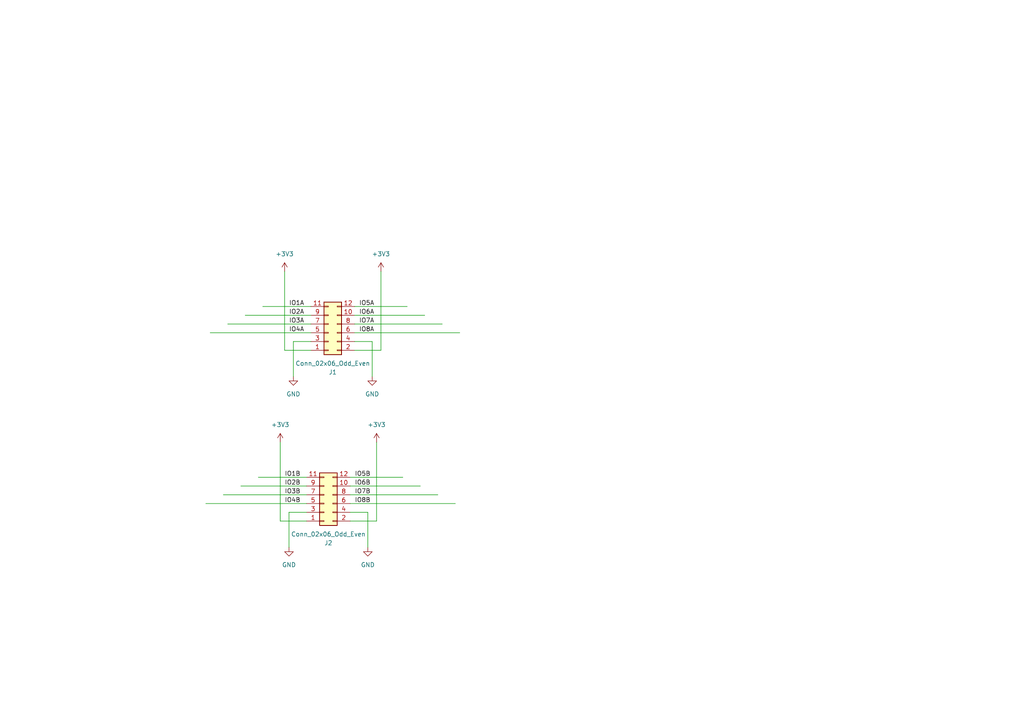
<source format=kicad_sch>
(kicad_sch (version 20231120) (generator "eeschema") (generator_version "8.0")
  (paper "A4")
  (title_block (title "PMOD MAX9880") (date "2024-02-21") (rev "V1.0"))
  (lib_symbols
    (symbol "Connector_Generic:Conn_02x06_Odd_Even" (pin_names (offset 1.016) hide)
      (property "Reference" "J" (at 1.27 7.62 0))
      (property "Value" "Conn_02x06_Odd_Even" (at 1.27 -10.16 0))
      (symbol "Conn_02x06_Odd_Even_1_1"
        (rectangle (start -1.27 -7.493) (end 0 -7.747) (stroke (width 0.1524)))
        (rectangle (start -1.27 -4.953) (end 0 -5.207) (stroke (width 0.1524)))
        (rectangle (start -1.27 -2.413) (end 0 -2.667) (stroke (width 0.1524)))
        (rectangle (start -1.27 0.127) (end 0 -0.127) (stroke (width 0.1524)))
        (rectangle (start -1.27 2.667) (end 0 2.413) (stroke (width 0.1524)))
        (rectangle (start -1.27 5.207) (end 0 4.953) (stroke (width 0.1524)))
        (rectangle (start -1.27 6.35) (end 3.81 -8.89) (stroke (width 0.254)) (fill (type background)))
        (rectangle (start 3.81 -7.493) (end 2.54 -7.747) (stroke (width 0.1524)))
        (rectangle (start 3.81 -4.953) (end 2.54 -5.207) (stroke (width 0.1524)))
        (rectangle (start 3.81 -2.413) (end 2.54 -2.667) (stroke (width 0.1524)))
        (rectangle (start 3.81 0.127) (end 2.54 -0.127) (stroke (width 0.1524)))
        (rectangle (start 3.81 2.667) (end 2.54 2.413) (stroke (width 0.1524)))
        (rectangle (start 3.81 5.207) (end 2.54 4.953) (stroke (width 0.1524)))
        (pin passive line (at -5.08 5.08 0) (length 3.81) (name "Pin_1") (number "1"))
        (pin passive line (at 7.62 -5.08 180) (length 3.81) (name "Pin_10") (number "10"))
        (pin passive line (at -5.08 -7.62 0) (length 3.81) (name "Pin_11") (number "11"))
        (pin passive line (at 7.62 -7.62 180) (length 3.81) (name "Pin_12") (number "12"))
        (pin passive line (at 7.62 5.08 180) (length 3.81) (name "Pin_2") (number "2"))
        (pin passive line (at -5.08 2.54 0) (length 3.81) (name "Pin_3") (number "3"))
        (pin passive line (at 7.62 2.54 180) (length 3.81) (name "Pin_4") (number "4"))
        (pin passive line (at -5.08 0 0) (length 3.81) (name "Pin_5") (number "5"))
        (pin passive line (at 7.62 0 180) (length 3.81) (name "Pin_6") (number "6"))
        (pin passive line (at -5.08 -2.54 0) (length 3.81) (name "Pin_7") (number "7"))
        (pin passive line (at 7.62 -2.54 180) (length 3.81) (name "Pin_8") (number "8"))
        (pin passive line (at -5.08 -5.08 0) (length 3.81) (name "Pin_9") (number "9"))
      )
    )
    (symbol "power:+3V3" (power) (pin_names (offset 0))
      (property "Value" "+3V3" (at 0 3.556 0))
      (symbol "+3V3_0_1"
        (polyline (pts (xy -0.762 1.27) (xy 0 2.54)))
        (polyline (pts (xy 0 0) (xy 0 2.54)))
        (polyline (pts (xy 0 2.54) (xy 0.762 1.27)))
      )
      (symbol "+3V3_1_1"
        (pin power_in line (at 0 0 90) (length 0) hide (name "+3V3") (number "1"))
      )
    )
    (symbol "power:GND" (power) (pin_names (offset 0))
      (property "Value" "GND" (at 0 -3.81 0))
      (symbol "GND_0_1"
        (polyline (pts (xy 0 0) (xy 0 -1.27) (xy 1.27 -1.27) (xy 0 -2.54) (xy -1.27 -1.27) (xy 0 -1.27)))
      )
      (symbol "GND_1_1"
        (pin power_in line (at 0 0 270) (length 0) hide (name "GND") (number "1"))
      )
    )
  )
  (wire (pts (xy 102.87 93.98) (xy 128.27 93.98)))
  (wire (pts (xy 101.6 146.05) (xy 132.08 146.05)))
  (wire (pts (xy 88.9 143.51) (xy 64.77 143.51)))
  (wire (pts (xy 82.55 101.6) (xy 82.55 78.74)))
  (wire (pts (xy 102.87 96.52) (xy 133.35 96.52)))
  (wire (pts (xy 81.28 151.13) (xy 88.9 151.13)))
  (wire (pts (xy 102.87 91.44) (xy 123.19 91.44)))
  (wire (pts (xy 107.95 99.06) (xy 107.95 109.22)))
  (wire (pts (xy 102.87 88.9) (xy 118.11 88.9)))
  (wire (pts (xy 88.9 140.97) (xy 69.85 140.97)))
  (wire (pts (xy 110.49 101.6) (xy 110.49 78.74)))
  (wire (pts (xy 90.17 93.98) (xy 66.04 93.98)))
  (wire (pts (xy 82.55 101.6) (xy 90.17 101.6)))
  (wire (pts (xy 88.9 146.05) (xy 59.69 146.05)))
  (wire (pts (xy 109.22 151.13) (xy 109.22 128.27)))
  (wire (pts (xy 102.87 101.6) (xy 110.49 101.6)))
  (wire (pts (xy 101.6 151.13) (xy 109.22 151.13)))
  (wire (pts (xy 85.09 99.06) (xy 90.17 99.06)))
  (wire (pts (xy 101.6 140.97) (xy 121.92 140.97)))
  (wire (pts (xy 101.6 143.51) (xy 127 143.51)))
  (wire (pts (xy 85.09 99.06) (xy 85.09 109.22)))
  (wire (pts (xy 90.17 88.9) (xy 76.2 88.9)))
  (wire (pts (xy 101.6 148.59) (xy 106.68 148.59)))
  (wire (pts (xy 83.82 148.59) (xy 88.9 148.59)))
  (wire (pts (xy 88.9 138.43) (xy 74.93 138.43)))
  (wire (pts (xy 106.68 148.59) (xy 106.68 158.75)))
  (wire (pts (xy 90.17 96.52) (xy 60.96 96.52)))
  (wire (pts (xy 81.28 151.13) (xy 81.28 128.27)))
  (wire (pts (xy 83.82 148.59) (xy 83.82 158.75)))
  (wire (pts (xy 101.6 138.43) (xy 116.84 138.43)))
  (wire (pts (xy 90.17 91.44) (xy 71.12 91.44)))
  (wire (pts (xy 102.87 99.06) (xy 107.95 99.06)))
  (label "IO4A" (at 83.82 96.52 0))
  (label "IO8B" (at 102.87 146.05 0))
  (label "IO1A" (at 83.82 88.9 0))
  (label "IO7A" (at 104.14 93.98 0))
  (label "IO5B" (at 102.87 138.43 0))
  (label "IO1B" (at 82.55 138.43 0))
  (label "IO6A" (at 104.14 91.44 0))
  (label "IO5A" (at 104.14 88.9 0))
  (label "IO8A" (at 104.14 96.52 0))
  (label "IO4B" (at 82.55 146.05 0))
  (label "IO3A" (at 83.82 93.98 0))
  (label "IO7B" (at 102.87 143.51 0))
  (label "IO2A" (at 83.82 91.44 0))
  (label "IO3B" (at 82.55 143.51 0))
  (label "IO6B" (at 102.87 140.97 0))
  (label "IO2B" (at 82.55 140.97 0))
  (symbol (lib_id "power:+3V3") (at 109.22 128.27 0) (unit 1)
    (property "Reference" "#PWR08" (effects (hide yes)))
    (property "Value" "+3V3" (at 109.22 123.19 0))
  )
  (symbol (lib_id "power:GND") (at 107.95 109.22 0) (unit 1)
    (property "Reference" "#PWR03" (effects (hide yes)))
    (property "Value" "GND" (at 107.95 114.3 0))
  )
  (symbol (lib_id "power:GND") (at 85.09 109.22 0) (unit 1)
    (property "Reference" "#PWR02" (effects (hide yes)))
    (property "Value" "GND" (at 85.09 114.3 0))
  )
  (symbol (lib_id "power:+3V3") (at 81.28 128.27 0) (unit 1)
    (property "Reference" "#PWR05" (effects (hide yes)))
    (property "Value" "+3V3" (at 81.28 123.19 0))
  )
  (symbol (lib_id "power:+3V3") (at 110.49 78.74 0) (unit 1)
    (property "Reference" "#PWR0102" (effects (hide yes)))
    (property "Value" "+3V3" (at 110.49 73.66 0))
  )
  (symbol (lib_id "Connector_Generic:Conn_02x06_Odd_Even") (at 95.25 96.52 0) (mirror x) (unit 1)
    (property "Reference" "J1" (at 96.52 107.95 0))
    (property "Value" "Conn_02x06_Odd_Even" (at 96.52 105.41 0))
    (property "Footprint" "Connector_PinHeader_2.54mm:PinHeader_2x06_P2.54mm_Horizontal" (effects (hide yes)))
    (property "Description" "Generic connector, double row, 02x06, odd/even pin numbering scheme (row 1 odd numbers, row 2 even numbers), script generated (kicad-library-utils/schlib/autogen/connector/)" (effects (hide yes)))
  )
  (symbol (lib_id "Connector_Generic:Conn_02x06_Odd_Even") (at 93.98 146.05 0) (mirror x) (unit 1)
    (property "Reference" "J2" (at 95.25 157.48 0))
    (property "Value" "Conn_02x06_Odd_Even" (at 95.25 154.94 0))
    (property "Footprint" "Connector_PinHeader_2.54mm:PinHeader_2x06_P2.54mm_Horizontal" (effects (hide yes)))
    (property "Description" "Generic connector, double row, 02x06, odd/even pin numbering scheme (row 1 odd numbers, row 2 even numbers), script generated (kicad-library-utils/schlib/autogen/connector/)" (effects (hide yes)))
  )
  (symbol (lib_id "power:GND") (at 83.82 158.75 0) (unit 1)
    (property "Reference" "#PWR06" (effects (hide yes)))
    (property "Value" "GND" (at 83.82 163.83 0))
  )
  (symbol (lib_id "power:+3V3") (at 82.55 78.74 0) (unit 1)
    (property "Reference" "#PWR0101" (effects (hide yes)))
    (property "Value" "+3V3" (at 82.55 73.66 0))
  )
  (symbol (lib_id "power:GND") (at 106.68 158.75 0) (unit 1)
    (property "Reference" "#PWR07" (effects (hide yes)))
    (property "Value" "GND" (at 106.68 163.83 0))
  )
)
</source>
